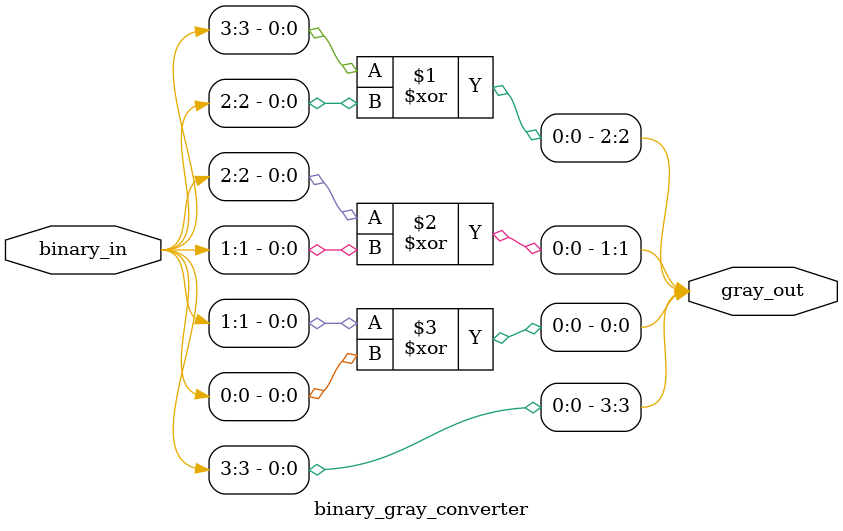
<source format=v>
module binary_gray_converter(
     input [3:0] binary_in,
	 output [3:0] gray_out
	 );
	 assign gray_out[3] = binary_in[3];
	 assign gray_out[2] = binary_in[3] ^ binary_in[2];
	 assign gray_out[1] = binary_in[2] ^ binary_in[1];
	 assign gray_out[0] = binary_in[1] ^ binary_in[0];
	endmodule
</source>
